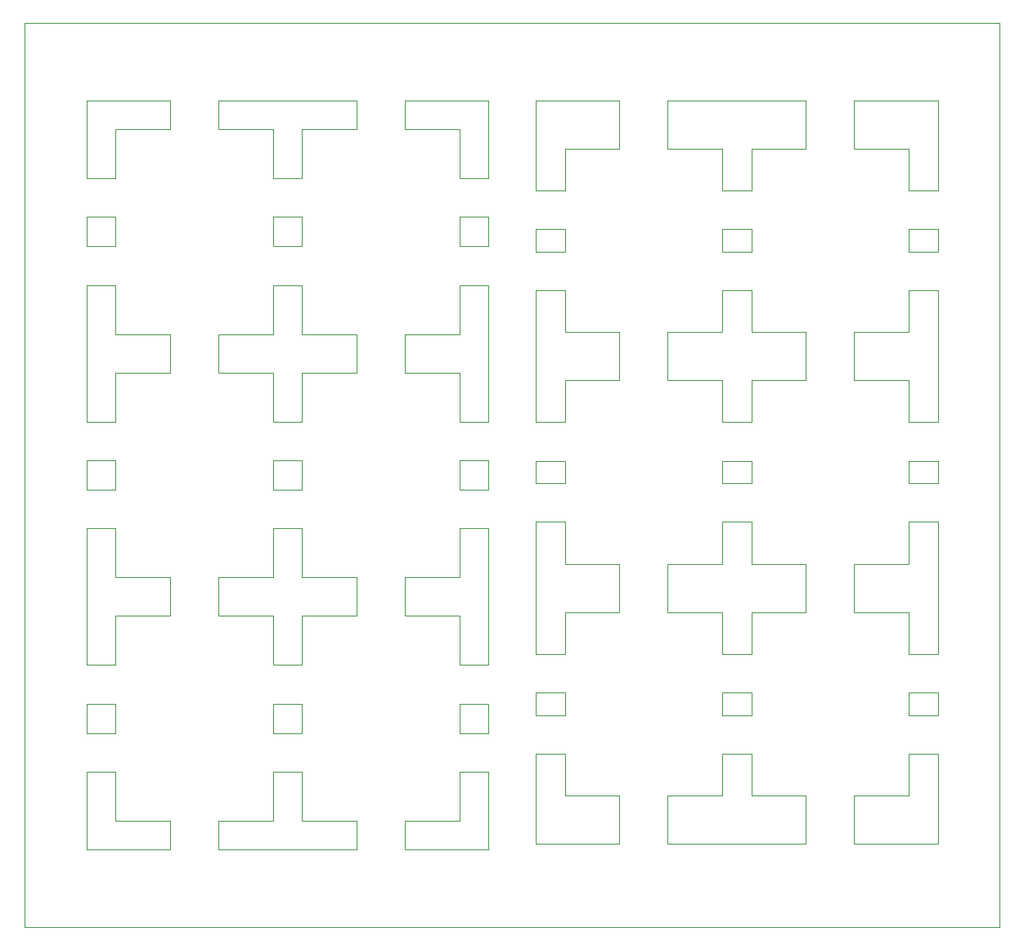
<source format=gbr>
%TF.GenerationSoftware,KiCad,Pcbnew,8.0.4*%
%TF.CreationDate,2024-09-16T10:23:00-03:00*%
%TF.ProjectId,drivers_panelized,64726976-6572-4735-9f70-616e656c697a,rev?*%
%TF.SameCoordinates,Original*%
%TF.FileFunction,Profile,NP*%
%FSLAX46Y46*%
G04 Gerber Fmt 4.6, Leading zero omitted, Abs format (unit mm)*
G04 Created by KiCad (PCBNEW 8.0.4) date 2024-09-16 10:23:00*
%MOMM*%
%LPD*%
G01*
G04 APERTURE LIST*
%TA.AperFunction,Profile*%
%ADD10C,0.100000*%
%TD*%
G04 APERTURE END LIST*
D10*
X167300000Y-79266667D02*
X172950000Y-79266667D01*
X164300000Y-60266667D02*
X158650000Y-60266667D01*
X119299000Y-67333333D02*
X119301000Y-67333333D01*
X148000000Y-127266667D02*
X153650000Y-127266667D01*
X101500000Y-70400000D02*
X98500000Y-70400000D01*
X101500000Y-88533333D02*
X98500000Y-88533333D01*
X119299000Y-92533333D02*
X119301000Y-92533333D01*
X126450000Y-81467667D02*
X126450000Y-83466667D01*
X186600000Y-70933333D02*
X183600000Y-70933333D01*
X148000000Y-103266667D02*
X153650000Y-103266667D01*
X120800000Y-113733333D02*
X119301000Y-113733333D01*
X165801000Y-118933333D02*
X165799000Y-118933333D01*
X101500000Y-104666667D02*
X107150000Y-104666667D01*
X167300000Y-60266667D02*
X167300000Y-64600000D01*
X117800000Y-108666667D02*
X112150000Y-108666667D01*
X153650000Y-55266667D02*
X153650000Y-60266667D01*
X112150000Y-55266667D02*
X126450000Y-55266667D01*
X112150000Y-83466667D02*
X112150000Y-81467667D01*
X107150000Y-58266667D02*
X101500000Y-58266667D01*
X120800000Y-95600000D02*
X119301000Y-95600000D01*
X140100000Y-88533333D02*
X137100000Y-88533333D01*
X107150000Y-132866667D02*
X98500000Y-132866667D01*
X117800000Y-113733333D02*
X117800000Y-108666667D01*
X117800000Y-58266667D02*
X112150000Y-58266667D01*
X137100000Y-95600000D02*
X137100000Y-92533333D01*
X120800000Y-79466667D02*
X126450000Y-79466667D01*
X148000000Y-74933333D02*
X148000000Y-79266667D01*
X137100000Y-83466667D02*
X131450000Y-83466667D01*
X137100000Y-129866667D02*
X137100000Y-124800000D01*
X183600000Y-74933333D02*
X186600000Y-74933333D01*
X145000000Y-64600000D02*
X145000000Y-55266667D01*
X101500000Y-67333333D02*
X101500000Y-70400000D01*
X172950000Y-81767667D02*
X172950000Y-84266667D01*
X119299000Y-113733333D02*
X117800000Y-113733333D01*
X119299000Y-74400000D02*
X119301000Y-74400000D01*
X137100000Y-124800000D02*
X140100000Y-124800000D01*
X101500000Y-83466667D02*
X101500000Y-88533333D01*
X119299000Y-124800000D02*
X119301000Y-124800000D01*
X140100000Y-67333333D02*
X140100000Y-70400000D01*
X145000000Y-70933333D02*
X145000000Y-68600000D01*
X158650000Y-132266667D02*
X158650000Y-127266667D01*
X140100000Y-74400000D02*
X140100000Y-88533333D01*
X183600000Y-98933333D02*
X186600000Y-98933333D01*
X120800000Y-70400000D02*
X119301000Y-70400000D01*
X148000000Y-60266667D02*
X148000000Y-64600000D01*
X137100000Y-108666667D02*
X131450000Y-108666667D01*
X183600000Y-122933333D02*
X186600000Y-122933333D01*
X120800000Y-104666667D02*
X126450000Y-104666667D01*
X148000000Y-108266667D02*
X148000000Y-112600000D01*
X172950000Y-127266667D02*
X172950000Y-132266667D01*
X165799000Y-92600000D02*
X165801000Y-92600000D01*
X117800000Y-95600000D02*
X117800000Y-92533333D01*
X126450000Y-108666667D02*
X120800000Y-108666667D01*
X98500000Y-99600000D02*
X101500000Y-99600000D01*
X153650000Y-79266667D02*
X153650000Y-81765667D01*
X112150000Y-81465667D02*
X112150000Y-79466667D01*
X165799000Y-118933333D02*
X164300000Y-118933333D01*
X148000000Y-98933333D02*
X148000000Y-103266667D01*
X177950000Y-81765667D02*
X177950000Y-79266667D01*
X186600000Y-88600000D02*
X183600000Y-88600000D01*
X117800000Y-88533333D02*
X117800000Y-83466667D01*
X112150000Y-106667667D02*
X112150000Y-106665667D01*
X186600000Y-112600000D02*
X183600000Y-112600000D01*
X148000000Y-92600000D02*
X148000000Y-94933333D01*
X126450000Y-79466667D02*
X126450000Y-81465667D01*
X137100000Y-88533333D02*
X137100000Y-83466667D01*
X153650000Y-84266667D02*
X148000000Y-84266667D01*
X165799000Y-68600000D02*
X165801000Y-68600000D01*
X158650000Y-55266667D02*
X172950000Y-55266667D01*
X112150000Y-129866667D02*
X117800000Y-129866667D01*
X167300000Y-92600000D02*
X167300000Y-94933333D01*
X131450000Y-81467667D02*
X131450000Y-81465667D01*
X131450000Y-106667667D02*
X131450000Y-106665667D01*
X148000000Y-79266667D02*
X153650000Y-79266667D01*
X158650000Y-108266667D02*
X158650000Y-105767667D01*
X107150000Y-104666667D02*
X107150000Y-106665667D01*
X165799000Y-88600000D02*
X164300000Y-88600000D01*
X167300000Y-70933333D02*
X165801000Y-70933333D01*
X131450000Y-79466667D02*
X137100000Y-79466667D01*
X165799000Y-122933333D02*
X165801000Y-122933333D01*
X158650000Y-103266667D02*
X164300000Y-103266667D01*
X117800000Y-74400000D02*
X119299000Y-74400000D01*
X153650000Y-81765667D02*
X153650000Y-81767667D01*
X117800000Y-92533333D02*
X119299000Y-92533333D01*
X140100000Y-132866667D02*
X131450000Y-132866667D01*
X148000000Y-116600000D02*
X148000000Y-118933333D01*
X98500000Y-124800000D02*
X101500000Y-124800000D01*
X140100000Y-99600000D02*
X140100000Y-113733333D01*
X119299000Y-70400000D02*
X117800000Y-70400000D01*
X183600000Y-70933333D02*
X183600000Y-68600000D01*
X101500000Y-113733333D02*
X98500000Y-113733333D01*
X148000000Y-118933333D02*
X145000000Y-118933333D01*
X172950000Y-105767667D02*
X172950000Y-108266667D01*
X107150000Y-106667667D02*
X107150000Y-108666667D01*
X165801000Y-94933333D02*
X165799000Y-94933333D01*
X183600000Y-118933333D02*
X183600000Y-116600000D01*
X193000000Y-47266667D02*
X92100000Y-47266667D01*
X165799000Y-112600000D02*
X164300000Y-112600000D01*
X120800000Y-117733333D02*
X120800000Y-120800000D01*
X183600000Y-64600000D02*
X183600000Y-60266667D01*
X177950000Y-108266667D02*
X177950000Y-105767667D01*
X107150000Y-108666667D02*
X101500000Y-108666667D01*
X120800000Y-99600000D02*
X120800000Y-104666667D01*
X137100000Y-63333333D02*
X137100000Y-58266667D01*
X148000000Y-64600000D02*
X145000000Y-64600000D01*
X140100000Y-124800000D02*
X140100000Y-132866667D01*
X177950000Y-105767667D02*
X177950000Y-105765667D01*
X186600000Y-74933333D02*
X186600000Y-88600000D01*
X119299000Y-95600000D02*
X117800000Y-95600000D01*
X164300000Y-122933333D02*
X165799000Y-122933333D01*
X117800000Y-83466667D02*
X112150000Y-83466667D01*
X119301000Y-88533333D02*
X119299000Y-88533333D01*
X98500000Y-113733333D02*
X98500000Y-99600000D01*
X131450000Y-108666667D02*
X131450000Y-106667667D01*
X98500000Y-55266667D02*
X107150000Y-55266667D01*
X137100000Y-117733333D02*
X140100000Y-117733333D01*
X120800000Y-108666667D02*
X120800000Y-113733333D01*
X145000000Y-92600000D02*
X148000000Y-92600000D01*
X119299000Y-88533333D02*
X117800000Y-88533333D01*
X98500000Y-67333333D02*
X101500000Y-67333333D01*
X158650000Y-105765667D02*
X158650000Y-103266667D01*
X131450000Y-83466667D02*
X131450000Y-81467667D01*
X107150000Y-129866667D02*
X107150000Y-132866667D01*
X101500000Y-74400000D02*
X101500000Y-79466667D01*
X117800000Y-104666667D02*
X117800000Y-99600000D01*
X165799000Y-98933333D02*
X165801000Y-98933333D01*
X164300000Y-112600000D02*
X164300000Y-108266667D01*
X164300000Y-84266667D02*
X158650000Y-84266667D01*
X177950000Y-103266667D02*
X183600000Y-103266667D01*
X164300000Y-70933333D02*
X164300000Y-68600000D01*
X183600000Y-103266667D02*
X183600000Y-98933333D01*
X101500000Y-117733333D02*
X101500000Y-120800000D01*
X165799000Y-74933333D02*
X165801000Y-74933333D01*
X145000000Y-132266667D02*
X145000000Y-122933333D01*
X186600000Y-132266667D02*
X177950000Y-132266667D01*
X145000000Y-116600000D02*
X148000000Y-116600000D01*
X177950000Y-105765667D02*
X177950000Y-103266667D01*
X153650000Y-105765667D02*
X153650000Y-105767667D01*
X148000000Y-122933333D02*
X148000000Y-127266667D01*
X158650000Y-81765667D02*
X158650000Y-79266667D01*
X145000000Y-88600000D02*
X145000000Y-74933333D01*
X183600000Y-127266667D02*
X183600000Y-122933333D01*
X140100000Y-55266667D02*
X140100000Y-63333333D01*
X172950000Y-103266667D02*
X172950000Y-105765667D01*
X148000000Y-94933333D02*
X145000000Y-94933333D01*
X107150000Y-83466667D02*
X101500000Y-83466667D01*
X131450000Y-81465667D02*
X131450000Y-79466667D01*
X183600000Y-94933333D02*
X183600000Y-92600000D01*
X120800000Y-83466667D02*
X120800000Y-88533333D01*
X172950000Y-81765667D02*
X172950000Y-81767667D01*
X126450000Y-55266667D02*
X126450000Y-58266667D01*
X158650000Y-127266667D02*
X164300000Y-127266667D01*
X165801000Y-98933333D02*
X167300000Y-98933333D01*
X167300000Y-122933333D02*
X167300000Y-127266667D01*
X153650000Y-103266667D02*
X153650000Y-105765667D01*
X164300000Y-94933333D02*
X164300000Y-92600000D01*
X101500000Y-95600000D02*
X98500000Y-95600000D01*
X148000000Y-70933333D02*
X145000000Y-70933333D01*
X107150000Y-55266667D02*
X107150000Y-58266667D01*
X101500000Y-79466667D02*
X107150000Y-79466667D01*
X167300000Y-127266667D02*
X172950000Y-127266667D01*
X172950000Y-55266667D02*
X172950000Y-60266667D01*
X119301000Y-99600000D02*
X120800000Y-99600000D01*
X153650000Y-127266667D02*
X153650000Y-132266667D01*
X165801000Y-64600000D02*
X165799000Y-64600000D01*
X126450000Y-106665667D02*
X126450000Y-106667667D01*
X148000000Y-88600000D02*
X145000000Y-88600000D01*
X131450000Y-106665667D02*
X131450000Y-104666667D01*
X112150000Y-132866667D02*
X112150000Y-129866667D01*
X153650000Y-105767667D02*
X153650000Y-108266667D01*
X193000000Y-140866667D02*
X193000000Y-47266667D01*
X177950000Y-132266667D02*
X177950000Y-127266667D01*
X119301000Y-67333333D02*
X120800000Y-67333333D01*
X167300000Y-103266667D02*
X172950000Y-103266667D01*
X158650000Y-105767667D02*
X158650000Y-105765667D01*
X177950000Y-79266667D02*
X183600000Y-79266667D01*
X107150000Y-79466667D02*
X107150000Y-81465667D01*
X158650000Y-84266667D02*
X158650000Y-81767667D01*
X172950000Y-105765667D02*
X172950000Y-105767667D01*
X164300000Y-127266667D02*
X164300000Y-122933333D01*
X158650000Y-81767667D02*
X158650000Y-81765667D01*
X107150000Y-81465667D02*
X107150000Y-81467667D01*
X120800000Y-92533333D02*
X120800000Y-95600000D01*
X137100000Y-79466667D02*
X137100000Y-74400000D01*
X137100000Y-70400000D02*
X137100000Y-67333333D01*
X186600000Y-94933333D02*
X183600000Y-94933333D01*
X167300000Y-88600000D02*
X165801000Y-88600000D01*
X112150000Y-81467667D02*
X112150000Y-81465667D01*
X137100000Y-74400000D02*
X140100000Y-74400000D01*
X126450000Y-106667667D02*
X126450000Y-108666667D01*
X98500000Y-132866667D02*
X98500000Y-124800000D01*
X167300000Y-108266667D02*
X167300000Y-112600000D01*
X117800000Y-99600000D02*
X119299000Y-99600000D01*
X172950000Y-132266667D02*
X158650000Y-132266667D01*
X126450000Y-132866667D02*
X112150000Y-132866667D01*
X148000000Y-84266667D02*
X148000000Y-88600000D01*
X172950000Y-108266667D02*
X167300000Y-108266667D01*
X153650000Y-81767667D02*
X153650000Y-84266667D01*
X119299000Y-99600000D02*
X119301000Y-99600000D01*
X92100000Y-47266667D02*
X92100000Y-140866667D01*
X119301000Y-95600000D02*
X119299000Y-95600000D01*
X165799000Y-70933333D02*
X164300000Y-70933333D01*
X131450000Y-55266667D02*
X140100000Y-55266667D01*
X112150000Y-106665667D02*
X112150000Y-104666667D01*
X126450000Y-129866667D02*
X126450000Y-132866667D01*
X165801000Y-70933333D02*
X165799000Y-70933333D01*
X167300000Y-116600000D02*
X167300000Y-118933333D01*
X177950000Y-81767667D02*
X177950000Y-81765667D01*
X120800000Y-74400000D02*
X120800000Y-79466667D01*
X165801000Y-122933333D02*
X167300000Y-122933333D01*
X165801000Y-88600000D02*
X165799000Y-88600000D01*
X167300000Y-98933333D02*
X167300000Y-103266667D01*
X107150000Y-106665667D02*
X107150000Y-106667667D01*
X112150000Y-108666667D02*
X112150000Y-106667667D01*
X183600000Y-79266667D02*
X183600000Y-74933333D01*
X117800000Y-67333333D02*
X119299000Y-67333333D01*
X101500000Y-58266667D02*
X101500000Y-63333333D01*
X137100000Y-113733333D02*
X137100000Y-108666667D01*
X186600000Y-116600000D02*
X186600000Y-118933333D01*
X158650000Y-79266667D02*
X164300000Y-79266667D01*
X140100000Y-92533333D02*
X140100000Y-95600000D01*
X98500000Y-92533333D02*
X101500000Y-92533333D01*
X186600000Y-64600000D02*
X183600000Y-64600000D01*
X186600000Y-98933333D02*
X186600000Y-112600000D01*
X101500000Y-124800000D02*
X101500000Y-129866667D01*
X120800000Y-58266667D02*
X120800000Y-63333333D01*
X117800000Y-79466667D02*
X117800000Y-74400000D01*
X167300000Y-68600000D02*
X167300000Y-70933333D01*
X137100000Y-58266667D02*
X131450000Y-58266667D01*
X145000000Y-68600000D02*
X148000000Y-68600000D01*
X98500000Y-117733333D02*
X101500000Y-117733333D01*
X164300000Y-98933333D02*
X165799000Y-98933333D01*
X119301000Y-74400000D02*
X120800000Y-74400000D01*
X186600000Y-68600000D02*
X186600000Y-70933333D01*
X137100000Y-104666667D02*
X137100000Y-99600000D01*
X183600000Y-84266667D02*
X177950000Y-84266667D01*
X186600000Y-122933333D02*
X186600000Y-132266667D01*
X172950000Y-79266667D02*
X172950000Y-81765667D01*
X120800000Y-88533333D02*
X119301000Y-88533333D01*
X153650000Y-132266667D02*
X145000000Y-132266667D01*
X183600000Y-68600000D02*
X186600000Y-68600000D01*
X140100000Y-113733333D02*
X137100000Y-113733333D01*
X137100000Y-92533333D02*
X140100000Y-92533333D01*
X183600000Y-88600000D02*
X183600000Y-84266667D01*
X120800000Y-129866667D02*
X126450000Y-129866667D01*
X165801000Y-74933333D02*
X167300000Y-74933333D01*
X172950000Y-60266667D02*
X167300000Y-60266667D01*
X119301000Y-117733333D02*
X120800000Y-117733333D01*
X131450000Y-104666667D02*
X137100000Y-104666667D01*
X145000000Y-55266667D02*
X153650000Y-55266667D01*
X148000000Y-68600000D02*
X148000000Y-70933333D01*
X183600000Y-60266667D02*
X177950000Y-60266667D01*
X167300000Y-94933333D02*
X165801000Y-94933333D01*
X186600000Y-118933333D02*
X183600000Y-118933333D01*
X98500000Y-74400000D02*
X101500000Y-74400000D01*
X183600000Y-108266667D02*
X177950000Y-108266667D01*
X117800000Y-63333333D02*
X117800000Y-58266667D01*
X117800000Y-120800000D02*
X117800000Y-117733333D01*
X164300000Y-74933333D02*
X165799000Y-74933333D01*
X119301000Y-124800000D02*
X120800000Y-124800000D01*
X98500000Y-95600000D02*
X98500000Y-92533333D01*
X117800000Y-117733333D02*
X119299000Y-117733333D01*
X186600000Y-92600000D02*
X186600000Y-94933333D01*
X145000000Y-74933333D02*
X148000000Y-74933333D01*
X140100000Y-63333333D02*
X137100000Y-63333333D01*
X165799000Y-64600000D02*
X164300000Y-64600000D01*
X119301000Y-92533333D02*
X120800000Y-92533333D01*
X92100000Y-140866667D02*
X193000000Y-140866667D01*
X98500000Y-63333333D02*
X98500000Y-55266667D01*
X177950000Y-84266667D02*
X177950000Y-81767667D01*
X186600000Y-55266667D02*
X186600000Y-64600000D01*
X165799000Y-94933333D02*
X164300000Y-94933333D01*
X177950000Y-127266667D02*
X183600000Y-127266667D01*
X183600000Y-92600000D02*
X186600000Y-92600000D01*
X101500000Y-92533333D02*
X101500000Y-95600000D01*
X167300000Y-64600000D02*
X165801000Y-64600000D01*
X98500000Y-88533333D02*
X98500000Y-74400000D01*
X164300000Y-88600000D02*
X164300000Y-84266667D01*
X112150000Y-104666667D02*
X117800000Y-104666667D01*
X117800000Y-124800000D02*
X119299000Y-124800000D01*
X131450000Y-132866667D02*
X131450000Y-129866667D01*
X137100000Y-99600000D02*
X140100000Y-99600000D01*
X165801000Y-116600000D02*
X167300000Y-116600000D01*
X145000000Y-122933333D02*
X148000000Y-122933333D01*
X112150000Y-79466667D02*
X117800000Y-79466667D01*
X140100000Y-120800000D02*
X137100000Y-120800000D01*
X167300000Y-112600000D02*
X165801000Y-112600000D01*
X120800000Y-63333333D02*
X119301000Y-63333333D01*
X126450000Y-81465667D02*
X126450000Y-81467667D01*
X101500000Y-63333333D02*
X98500000Y-63333333D01*
X164300000Y-103266667D02*
X164300000Y-98933333D01*
X126450000Y-104666667D02*
X126450000Y-106665667D01*
X101500000Y-129866667D02*
X107150000Y-129866667D01*
X98500000Y-70400000D02*
X98500000Y-67333333D01*
X167300000Y-118933333D02*
X165801000Y-118933333D01*
X172950000Y-84266667D02*
X167300000Y-84266667D01*
X167300000Y-84266667D02*
X167300000Y-88600000D01*
X120800000Y-124800000D02*
X120800000Y-129866667D01*
X120800000Y-120800000D02*
X119301000Y-120800000D01*
X119301000Y-63333333D02*
X119299000Y-63333333D01*
X164300000Y-92600000D02*
X165799000Y-92600000D01*
X165801000Y-92600000D02*
X167300000Y-92600000D01*
X117800000Y-129866667D02*
X117800000Y-124800000D01*
X167300000Y-74933333D02*
X167300000Y-79266667D01*
X145000000Y-112600000D02*
X145000000Y-98933333D01*
X117800000Y-70400000D02*
X117800000Y-67333333D01*
X140100000Y-70400000D02*
X137100000Y-70400000D01*
X101500000Y-120800000D02*
X98500000Y-120800000D01*
X120800000Y-67333333D02*
X120800000Y-70400000D01*
X148000000Y-112600000D02*
X145000000Y-112600000D01*
X145000000Y-118933333D02*
X145000000Y-116600000D01*
X98500000Y-120800000D02*
X98500000Y-117733333D01*
X165801000Y-68600000D02*
X167300000Y-68600000D01*
X119299000Y-117733333D02*
X119301000Y-117733333D01*
X137100000Y-67333333D02*
X140100000Y-67333333D01*
X145000000Y-94933333D02*
X145000000Y-92600000D01*
X140100000Y-95600000D02*
X137100000Y-95600000D01*
X164300000Y-64600000D02*
X164300000Y-60266667D01*
X137100000Y-120800000D02*
X137100000Y-117733333D01*
X158650000Y-60266667D02*
X158650000Y-55266667D01*
X131450000Y-58266667D02*
X131450000Y-55266667D01*
X183600000Y-112600000D02*
X183600000Y-108266667D01*
X164300000Y-68600000D02*
X165799000Y-68600000D01*
X164300000Y-116600000D02*
X165799000Y-116600000D01*
X153650000Y-108266667D02*
X148000000Y-108266667D01*
X153650000Y-60266667D02*
X148000000Y-60266667D01*
X183600000Y-116600000D02*
X186600000Y-116600000D01*
X119299000Y-120800000D02*
X117800000Y-120800000D01*
X177950000Y-55266667D02*
X186600000Y-55266667D01*
X126450000Y-58266667D02*
X120800000Y-58266667D01*
X164300000Y-118933333D02*
X164300000Y-116600000D01*
X119301000Y-120800000D02*
X119299000Y-120800000D01*
X177950000Y-60266667D02*
X177950000Y-55266667D01*
X126450000Y-83466667D02*
X120800000Y-83466667D01*
X101500000Y-108666667D02*
X101500000Y-113733333D01*
X145000000Y-98933333D02*
X148000000Y-98933333D01*
X119301000Y-70400000D02*
X119299000Y-70400000D01*
X101500000Y-99600000D02*
X101500000Y-104666667D01*
X140100000Y-117733333D02*
X140100000Y-120800000D01*
X131450000Y-129866667D02*
X137100000Y-129866667D01*
X165801000Y-112600000D02*
X165799000Y-112600000D01*
X119301000Y-113733333D02*
X119299000Y-113733333D01*
X164300000Y-79266667D02*
X164300000Y-74933333D01*
X165799000Y-116600000D02*
X165801000Y-116600000D01*
X119299000Y-63333333D02*
X117800000Y-63333333D01*
X164300000Y-108266667D02*
X158650000Y-108266667D01*
X107150000Y-81467667D02*
X107150000Y-83466667D01*
X112150000Y-58266667D02*
X112150000Y-55266667D01*
M02*

</source>
